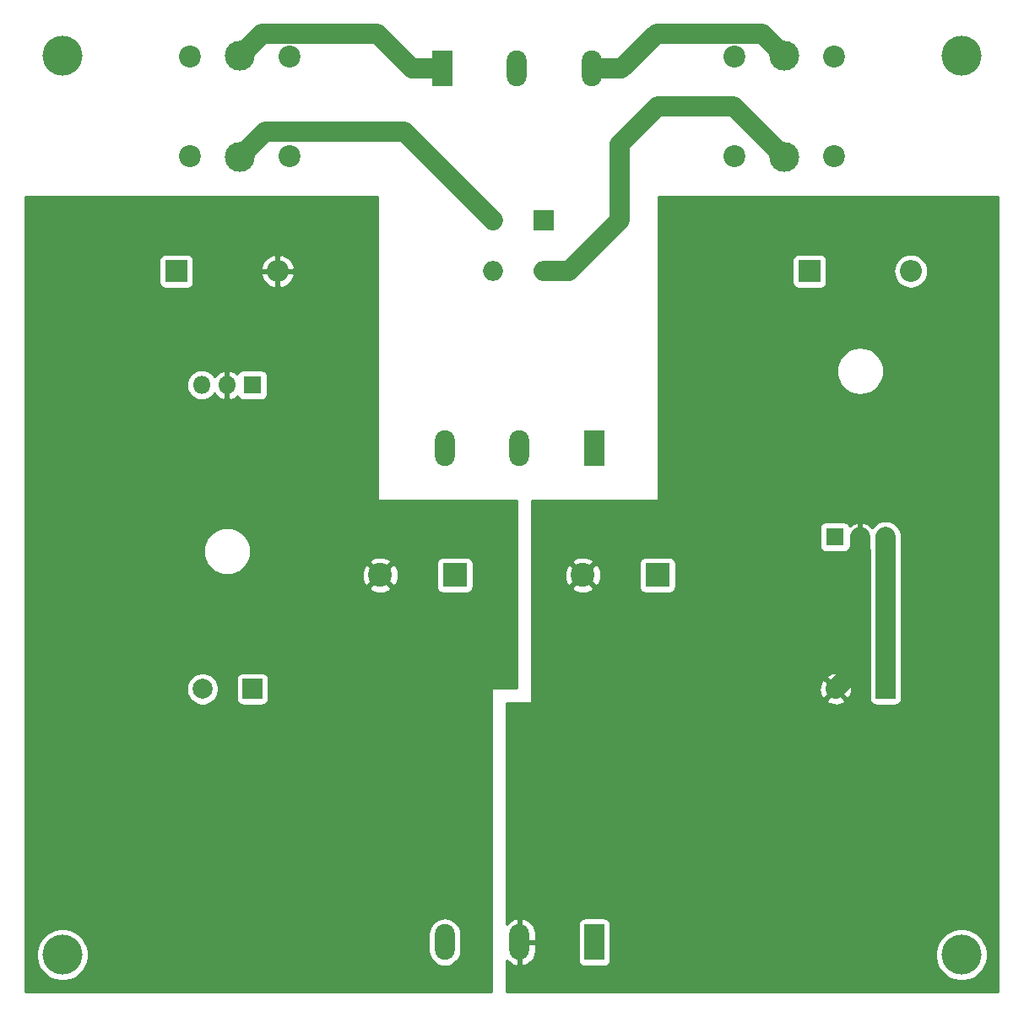
<source format=gtl>
G04 #@! TF.GenerationSoftware,KiCad,Pcbnew,5.1.4-5.1.4*
G04 #@! TF.CreationDate,2019-11-01T09:42:33+01:00*
G04 #@! TF.ProjectId,Linear-Netzteil,4c696e65-6172-42d4-9e65-747a7465696c,rev?*
G04 #@! TF.SameCoordinates,Original*
G04 #@! TF.FileFunction,Copper,L1,Top*
G04 #@! TF.FilePolarity,Positive*
%FSLAX46Y46*%
G04 Gerber Fmt 4.6, Leading zero omitted, Abs format (unit mm)*
G04 Created by KiCad (PCBNEW 5.1.4-5.1.4) date 2019-11-01 09:42:33*
%MOMM*%
%LPD*%
G04 APERTURE LIST*
%ADD10C,2.400000*%
%ADD11R,2.400000X2.400000*%
%ADD12C,2.000000*%
%ADD13R,2.000000X2.000000*%
%ADD14O,2.000000X2.000000*%
%ADD15O,2.200000X2.200000*%
%ADD16R,2.200000X2.200000*%
%ADD17C,2.200000*%
%ADD18C,3.000000*%
%ADD19O,2.000000X3.600000*%
%ADD20R,2.000000X3.600000*%
%ADD21O,1.800000X1.800000*%
%ADD22R,1.800000X1.800000*%
%ADD23C,4.000000*%
%ADD24C,2.000000*%
%ADD25C,0.254000*%
G04 APERTURE END LIST*
D10*
X120770000Y-121920000D03*
D11*
X128270000Y-121920000D03*
X107950000Y-121920000D03*
D10*
X100450000Y-121920000D03*
D12*
X146130000Y-133350000D03*
D13*
X151130000Y-133350000D03*
X87630000Y-133350000D03*
D12*
X82630000Y-133350000D03*
D13*
X116840000Y-86360000D03*
D14*
X111760000Y-91440000D03*
X111760000Y-86360000D03*
X116840000Y-91440000D03*
D15*
X153670000Y-91440000D03*
D16*
X143510000Y-91440000D03*
X80010000Y-91440000D03*
D15*
X90170000Y-91440000D03*
D17*
X145970000Y-69930000D03*
X145970000Y-79930000D03*
X135970000Y-79930000D03*
X135970000Y-69930000D03*
D18*
X140970000Y-80010000D03*
X140970000Y-69850000D03*
X86360000Y-80010000D03*
X86360000Y-69850000D03*
D17*
X91360000Y-79930000D03*
X91360000Y-69930000D03*
X81360000Y-69930000D03*
X81360000Y-79930000D03*
D19*
X121680000Y-71120000D03*
X114180000Y-71120000D03*
D20*
X106680000Y-71120000D03*
X121920000Y-158750000D03*
D19*
X114420000Y-158750000D03*
X106920000Y-158750000D03*
X106920000Y-109220000D03*
X114420000Y-109220000D03*
D20*
X121920000Y-109220000D03*
D21*
X151130000Y-118110000D03*
X148590000Y-118110000D03*
D22*
X146050000Y-118110000D03*
X87630000Y-102870000D03*
D21*
X85090000Y-102870000D03*
X82550000Y-102870000D03*
D23*
X68580000Y-69850000D03*
X158750000Y-69850000D03*
X158750000Y-160020000D03*
X68580000Y-160020000D03*
D24*
X148590000Y-130890000D02*
X146130000Y-133350000D01*
X148590000Y-118110000D02*
X148590000Y-130890000D01*
X151130000Y-133350000D02*
X151130000Y-118110000D01*
X86360000Y-80010000D02*
X88900000Y-77470000D01*
X102870000Y-77470000D02*
X111760000Y-86360000D01*
X88900000Y-77470000D02*
X102870000Y-77470000D01*
X119380000Y-91440000D02*
X116840000Y-91440000D01*
X135890000Y-74930000D02*
X128270000Y-74930000D01*
X140970000Y-80010000D02*
X135890000Y-74930000D01*
X128270000Y-74930000D02*
X124460000Y-78740000D01*
X124460000Y-86360000D02*
X119380000Y-91440000D01*
X124460000Y-78740000D02*
X124460000Y-86360000D01*
X128170001Y-67629999D02*
X124680000Y-71120000D01*
X138749999Y-67629999D02*
X128170001Y-67629999D01*
X124680000Y-71120000D02*
X121680000Y-71120000D01*
X140970000Y-69850000D02*
X138749999Y-67629999D01*
X87859999Y-68350001D02*
X86360000Y-69850000D01*
X88580001Y-67629999D02*
X87859999Y-68350001D01*
X103680000Y-71120000D02*
X100189999Y-67629999D01*
X100189999Y-67629999D02*
X88580001Y-67629999D01*
X106680000Y-71120000D02*
X103680000Y-71120000D01*
D25*
G36*
X162433000Y-163703000D02*
G01*
X113157000Y-163703000D01*
X113157000Y-160590941D01*
X113353683Y-160795922D01*
X113617239Y-160980010D01*
X113911645Y-161109144D01*
X114039566Y-161140124D01*
X114293000Y-161020777D01*
X114293000Y-158877000D01*
X114547000Y-158877000D01*
X114547000Y-161020777D01*
X114800434Y-161140124D01*
X114928355Y-161109144D01*
X115222761Y-160980010D01*
X115486317Y-160795922D01*
X115708895Y-160563954D01*
X115881942Y-160293020D01*
X115998807Y-159993532D01*
X116055000Y-159677000D01*
X116055000Y-158877000D01*
X114547000Y-158877000D01*
X114293000Y-158877000D01*
X114273000Y-158877000D01*
X114273000Y-158623000D01*
X114293000Y-158623000D01*
X114293000Y-156479223D01*
X114547000Y-156479223D01*
X114547000Y-158623000D01*
X116055000Y-158623000D01*
X116055000Y-157823000D01*
X115998807Y-157506468D01*
X115881942Y-157206980D01*
X115717808Y-156950000D01*
X120281928Y-156950000D01*
X120281928Y-160550000D01*
X120294188Y-160674482D01*
X120330498Y-160794180D01*
X120389463Y-160904494D01*
X120468815Y-161001185D01*
X120565506Y-161080537D01*
X120675820Y-161139502D01*
X120795518Y-161175812D01*
X120920000Y-161188072D01*
X122920000Y-161188072D01*
X123044482Y-161175812D01*
X123164180Y-161139502D01*
X123274494Y-161080537D01*
X123371185Y-161001185D01*
X123450537Y-160904494D01*
X123509502Y-160794180D01*
X123545812Y-160674482D01*
X123558072Y-160550000D01*
X123558072Y-159760475D01*
X156115000Y-159760475D01*
X156115000Y-160279525D01*
X156216261Y-160788601D01*
X156414893Y-161268141D01*
X156703262Y-161699715D01*
X157070285Y-162066738D01*
X157501859Y-162355107D01*
X157981399Y-162553739D01*
X158490475Y-162655000D01*
X159009525Y-162655000D01*
X159518601Y-162553739D01*
X159998141Y-162355107D01*
X160429715Y-162066738D01*
X160796738Y-161699715D01*
X161085107Y-161268141D01*
X161283739Y-160788601D01*
X161385000Y-160279525D01*
X161385000Y-159760475D01*
X161283739Y-159251399D01*
X161085107Y-158771859D01*
X160796738Y-158340285D01*
X160429715Y-157973262D01*
X159998141Y-157684893D01*
X159518601Y-157486261D01*
X159009525Y-157385000D01*
X158490475Y-157385000D01*
X157981399Y-157486261D01*
X157501859Y-157684893D01*
X157070285Y-157973262D01*
X156703262Y-158340285D01*
X156414893Y-158771859D01*
X156216261Y-159251399D01*
X156115000Y-159760475D01*
X123558072Y-159760475D01*
X123558072Y-156950000D01*
X123545812Y-156825518D01*
X123509502Y-156705820D01*
X123450537Y-156595506D01*
X123371185Y-156498815D01*
X123274494Y-156419463D01*
X123164180Y-156360498D01*
X123044482Y-156324188D01*
X122920000Y-156311928D01*
X120920000Y-156311928D01*
X120795518Y-156324188D01*
X120675820Y-156360498D01*
X120565506Y-156419463D01*
X120468815Y-156498815D01*
X120389463Y-156595506D01*
X120330498Y-156705820D01*
X120294188Y-156825518D01*
X120281928Y-156950000D01*
X115717808Y-156950000D01*
X115708895Y-156936046D01*
X115486317Y-156704078D01*
X115222761Y-156519990D01*
X114928355Y-156390856D01*
X114800434Y-156359876D01*
X114547000Y-156479223D01*
X114293000Y-156479223D01*
X114039566Y-156359876D01*
X113911645Y-156390856D01*
X113617239Y-156519990D01*
X113353683Y-156704078D01*
X113157000Y-156909059D01*
X113157000Y-134747000D01*
X115570000Y-134747000D01*
X115594776Y-134744560D01*
X115618601Y-134737333D01*
X115640557Y-134725597D01*
X115659803Y-134709803D01*
X115675597Y-134690557D01*
X115687333Y-134668601D01*
X115694560Y-134644776D01*
X115697000Y-134620000D01*
X115697000Y-134485413D01*
X145174192Y-134485413D01*
X145269956Y-134749814D01*
X145559571Y-134890704D01*
X145871108Y-134972384D01*
X146192595Y-134991718D01*
X146511675Y-134947961D01*
X146816088Y-134842795D01*
X146990044Y-134749814D01*
X147085808Y-134485413D01*
X146130000Y-133529605D01*
X145174192Y-134485413D01*
X115697000Y-134485413D01*
X115697000Y-133412595D01*
X144488282Y-133412595D01*
X144532039Y-133731675D01*
X144637205Y-134036088D01*
X144730186Y-134210044D01*
X144994587Y-134305808D01*
X145950395Y-133350000D01*
X146309605Y-133350000D01*
X147265413Y-134305808D01*
X147529814Y-134210044D01*
X147670704Y-133920429D01*
X147752384Y-133608892D01*
X147771718Y-133287405D01*
X147727961Y-132968325D01*
X147622795Y-132663912D01*
X147529814Y-132489956D01*
X147265413Y-132394192D01*
X146309605Y-133350000D01*
X145950395Y-133350000D01*
X144994587Y-132394192D01*
X144730186Y-132489956D01*
X144589296Y-132779571D01*
X144507616Y-133091108D01*
X144488282Y-133412595D01*
X115697000Y-133412595D01*
X115697000Y-132214587D01*
X145174192Y-132214587D01*
X146130000Y-133170395D01*
X147085808Y-132214587D01*
X146990044Y-131950186D01*
X146700429Y-131809296D01*
X146388892Y-131727616D01*
X146067405Y-131708282D01*
X145748325Y-131752039D01*
X145443912Y-131857205D01*
X145269956Y-131950186D01*
X145174192Y-132214587D01*
X115697000Y-132214587D01*
X115697000Y-123197980D01*
X119671626Y-123197980D01*
X119791514Y-123482836D01*
X120115210Y-123643699D01*
X120464069Y-123738322D01*
X120824684Y-123763067D01*
X121183198Y-123716985D01*
X121525833Y-123601846D01*
X121748486Y-123482836D01*
X121868374Y-123197980D01*
X120770000Y-122099605D01*
X119671626Y-123197980D01*
X115697000Y-123197980D01*
X115697000Y-121974684D01*
X118926933Y-121974684D01*
X118973015Y-122333198D01*
X119088154Y-122675833D01*
X119207164Y-122898486D01*
X119492020Y-123018374D01*
X120590395Y-121920000D01*
X120949605Y-121920000D01*
X122047980Y-123018374D01*
X122332836Y-122898486D01*
X122493699Y-122574790D01*
X122588322Y-122225931D01*
X122613067Y-121865316D01*
X122566985Y-121506802D01*
X122451846Y-121164167D01*
X122332836Y-120941514D01*
X122047980Y-120821626D01*
X120949605Y-121920000D01*
X120590395Y-121920000D01*
X119492020Y-120821626D01*
X119207164Y-120941514D01*
X119046301Y-121265210D01*
X118951678Y-121614069D01*
X118926933Y-121974684D01*
X115697000Y-121974684D01*
X115697000Y-120642020D01*
X119671626Y-120642020D01*
X120770000Y-121740395D01*
X121790394Y-120720000D01*
X126431928Y-120720000D01*
X126431928Y-123120000D01*
X126444188Y-123244482D01*
X126480498Y-123364180D01*
X126539463Y-123474494D01*
X126618815Y-123571185D01*
X126715506Y-123650537D01*
X126825820Y-123709502D01*
X126945518Y-123745812D01*
X127070000Y-123758072D01*
X129470000Y-123758072D01*
X129594482Y-123745812D01*
X129714180Y-123709502D01*
X129824494Y-123650537D01*
X129921185Y-123571185D01*
X130000537Y-123474494D01*
X130059502Y-123364180D01*
X130095812Y-123244482D01*
X130108072Y-123120000D01*
X130108072Y-120720000D01*
X130095812Y-120595518D01*
X130059502Y-120475820D01*
X130000537Y-120365506D01*
X129921185Y-120268815D01*
X129824494Y-120189463D01*
X129714180Y-120130498D01*
X129594482Y-120094188D01*
X129470000Y-120081928D01*
X127070000Y-120081928D01*
X126945518Y-120094188D01*
X126825820Y-120130498D01*
X126715506Y-120189463D01*
X126618815Y-120268815D01*
X126539463Y-120365506D01*
X126480498Y-120475820D01*
X126444188Y-120595518D01*
X126431928Y-120720000D01*
X121790394Y-120720000D01*
X121868374Y-120642020D01*
X121748486Y-120357164D01*
X121424790Y-120196301D01*
X121075931Y-120101678D01*
X120715316Y-120076933D01*
X120356802Y-120123015D01*
X120014167Y-120238154D01*
X119791514Y-120357164D01*
X119671626Y-120642020D01*
X115697000Y-120642020D01*
X115697000Y-117210000D01*
X144511928Y-117210000D01*
X144511928Y-119010000D01*
X144524188Y-119134482D01*
X144560498Y-119254180D01*
X144619463Y-119364494D01*
X144698815Y-119461185D01*
X144795506Y-119540537D01*
X144905820Y-119599502D01*
X145025518Y-119635812D01*
X145150000Y-119648072D01*
X146950000Y-119648072D01*
X147074482Y-119635812D01*
X147194180Y-119599502D01*
X147304494Y-119540537D01*
X147401185Y-119461185D01*
X147480537Y-119364494D01*
X147539502Y-119254180D01*
X147547689Y-119227192D01*
X147682427Y-119347962D01*
X147941380Y-119501234D01*
X148225259Y-119601041D01*
X148463000Y-119480992D01*
X148463000Y-118237000D01*
X148443000Y-118237000D01*
X148443000Y-117983000D01*
X148463000Y-117983000D01*
X148463000Y-116739008D01*
X148717000Y-116739008D01*
X148717000Y-117983000D01*
X148737000Y-117983000D01*
X148737000Y-118237000D01*
X148717000Y-118237000D01*
X148717000Y-119480992D01*
X148954741Y-119601041D01*
X149238620Y-119501234D01*
X149495001Y-119349484D01*
X149495000Y-132318808D01*
X149491928Y-132350000D01*
X149491928Y-134350000D01*
X149504188Y-134474482D01*
X149540498Y-134594180D01*
X149599463Y-134704494D01*
X149678815Y-134801185D01*
X149775506Y-134880537D01*
X149885820Y-134939502D01*
X150005518Y-134975812D01*
X150130000Y-134988072D01*
X151080869Y-134988072D01*
X151130000Y-134992911D01*
X151179131Y-134988072D01*
X152130000Y-134988072D01*
X152254482Y-134975812D01*
X152374180Y-134939502D01*
X152484494Y-134880537D01*
X152581185Y-134801185D01*
X152660537Y-134704494D01*
X152719502Y-134594180D01*
X152755812Y-134474482D01*
X152768072Y-134350000D01*
X152768072Y-132350000D01*
X152765000Y-132318808D01*
X152765000Y-118029678D01*
X152741343Y-117789484D01*
X152647852Y-117481285D01*
X152496031Y-117197248D01*
X152291714Y-116948286D01*
X152042752Y-116743969D01*
X151758715Y-116592148D01*
X151450516Y-116498657D01*
X151130000Y-116467089D01*
X150809485Y-116498657D01*
X150501286Y-116592148D01*
X150217249Y-116743969D01*
X149968287Y-116948286D01*
X149790604Y-117164794D01*
X149721649Y-117072884D01*
X149497573Y-116872038D01*
X149238620Y-116718766D01*
X148954741Y-116618959D01*
X148717000Y-116739008D01*
X148463000Y-116739008D01*
X148225259Y-116618959D01*
X147941380Y-116718766D01*
X147682427Y-116872038D01*
X147547689Y-116992808D01*
X147539502Y-116965820D01*
X147480537Y-116855506D01*
X147401185Y-116758815D01*
X147304494Y-116679463D01*
X147194180Y-116620498D01*
X147074482Y-116584188D01*
X146950000Y-116571928D01*
X145150000Y-116571928D01*
X145025518Y-116584188D01*
X144905820Y-116620498D01*
X144795506Y-116679463D01*
X144698815Y-116758815D01*
X144619463Y-116855506D01*
X144560498Y-116965820D01*
X144524188Y-117085518D01*
X144511928Y-117210000D01*
X115697000Y-117210000D01*
X115697000Y-114427000D01*
X128270000Y-114427000D01*
X128294776Y-114424560D01*
X128318601Y-114417333D01*
X128340557Y-114405597D01*
X128359803Y-114389803D01*
X128375597Y-114370557D01*
X128387333Y-114348601D01*
X128394560Y-114324776D01*
X128397000Y-114300000D01*
X128397000Y-101450000D01*
X146193461Y-101450000D01*
X146239510Y-101917542D01*
X146375887Y-102367116D01*
X146597351Y-102781446D01*
X146895391Y-103144609D01*
X147258554Y-103442649D01*
X147672884Y-103664113D01*
X148122458Y-103800490D01*
X148472843Y-103835000D01*
X148707157Y-103835000D01*
X149057542Y-103800490D01*
X149507116Y-103664113D01*
X149921446Y-103442649D01*
X150284609Y-103144609D01*
X150582649Y-102781446D01*
X150804113Y-102367116D01*
X150940490Y-101917542D01*
X150986539Y-101450000D01*
X150940490Y-100982458D01*
X150804113Y-100532884D01*
X150582649Y-100118554D01*
X150284609Y-99755391D01*
X149921446Y-99457351D01*
X149507116Y-99235887D01*
X149057542Y-99099510D01*
X148707157Y-99065000D01*
X148472843Y-99065000D01*
X148122458Y-99099510D01*
X147672884Y-99235887D01*
X147258554Y-99457351D01*
X146895391Y-99755391D01*
X146597351Y-100118554D01*
X146375887Y-100532884D01*
X146239510Y-100982458D01*
X146193461Y-101450000D01*
X128397000Y-101450000D01*
X128397000Y-90340000D01*
X141771928Y-90340000D01*
X141771928Y-92540000D01*
X141784188Y-92664482D01*
X141820498Y-92784180D01*
X141879463Y-92894494D01*
X141958815Y-92991185D01*
X142055506Y-93070537D01*
X142165820Y-93129502D01*
X142285518Y-93165812D01*
X142410000Y-93178072D01*
X144610000Y-93178072D01*
X144734482Y-93165812D01*
X144854180Y-93129502D01*
X144964494Y-93070537D01*
X145061185Y-92991185D01*
X145140537Y-92894494D01*
X145199502Y-92784180D01*
X145235812Y-92664482D01*
X145248072Y-92540000D01*
X145248072Y-91440000D01*
X151926606Y-91440000D01*
X151960105Y-91780119D01*
X152059314Y-92107168D01*
X152220421Y-92408578D01*
X152437234Y-92672766D01*
X152701422Y-92889579D01*
X153002832Y-93050686D01*
X153329881Y-93149895D01*
X153584775Y-93175000D01*
X153755225Y-93175000D01*
X154010119Y-93149895D01*
X154337168Y-93050686D01*
X154638578Y-92889579D01*
X154902766Y-92672766D01*
X155119579Y-92408578D01*
X155280686Y-92107168D01*
X155379895Y-91780119D01*
X155413394Y-91440000D01*
X155379895Y-91099881D01*
X155280686Y-90772832D01*
X155119579Y-90471422D01*
X154902766Y-90207234D01*
X154638578Y-89990421D01*
X154337168Y-89829314D01*
X154010119Y-89730105D01*
X153755225Y-89705000D01*
X153584775Y-89705000D01*
X153329881Y-89730105D01*
X153002832Y-89829314D01*
X152701422Y-89990421D01*
X152437234Y-90207234D01*
X152220421Y-90471422D01*
X152059314Y-90772832D01*
X151960105Y-91099881D01*
X151926606Y-91440000D01*
X145248072Y-91440000D01*
X145248072Y-90340000D01*
X145235812Y-90215518D01*
X145199502Y-90095820D01*
X145140537Y-89985506D01*
X145061185Y-89888815D01*
X144964494Y-89809463D01*
X144854180Y-89750498D01*
X144734482Y-89714188D01*
X144610000Y-89701928D01*
X142410000Y-89701928D01*
X142285518Y-89714188D01*
X142165820Y-89750498D01*
X142055506Y-89809463D01*
X141958815Y-89888815D01*
X141879463Y-89985506D01*
X141820498Y-90095820D01*
X141784188Y-90215518D01*
X141771928Y-90340000D01*
X128397000Y-90340000D01*
X128397000Y-83947000D01*
X162433000Y-83947000D01*
X162433000Y-163703000D01*
X162433000Y-163703000D01*
G37*
X162433000Y-163703000D02*
X113157000Y-163703000D01*
X113157000Y-160590941D01*
X113353683Y-160795922D01*
X113617239Y-160980010D01*
X113911645Y-161109144D01*
X114039566Y-161140124D01*
X114293000Y-161020777D01*
X114293000Y-158877000D01*
X114547000Y-158877000D01*
X114547000Y-161020777D01*
X114800434Y-161140124D01*
X114928355Y-161109144D01*
X115222761Y-160980010D01*
X115486317Y-160795922D01*
X115708895Y-160563954D01*
X115881942Y-160293020D01*
X115998807Y-159993532D01*
X116055000Y-159677000D01*
X116055000Y-158877000D01*
X114547000Y-158877000D01*
X114293000Y-158877000D01*
X114273000Y-158877000D01*
X114273000Y-158623000D01*
X114293000Y-158623000D01*
X114293000Y-156479223D01*
X114547000Y-156479223D01*
X114547000Y-158623000D01*
X116055000Y-158623000D01*
X116055000Y-157823000D01*
X115998807Y-157506468D01*
X115881942Y-157206980D01*
X115717808Y-156950000D01*
X120281928Y-156950000D01*
X120281928Y-160550000D01*
X120294188Y-160674482D01*
X120330498Y-160794180D01*
X120389463Y-160904494D01*
X120468815Y-161001185D01*
X120565506Y-161080537D01*
X120675820Y-161139502D01*
X120795518Y-161175812D01*
X120920000Y-161188072D01*
X122920000Y-161188072D01*
X123044482Y-161175812D01*
X123164180Y-161139502D01*
X123274494Y-161080537D01*
X123371185Y-161001185D01*
X123450537Y-160904494D01*
X123509502Y-160794180D01*
X123545812Y-160674482D01*
X123558072Y-160550000D01*
X123558072Y-159760475D01*
X156115000Y-159760475D01*
X156115000Y-160279525D01*
X156216261Y-160788601D01*
X156414893Y-161268141D01*
X156703262Y-161699715D01*
X157070285Y-162066738D01*
X157501859Y-162355107D01*
X157981399Y-162553739D01*
X158490475Y-162655000D01*
X159009525Y-162655000D01*
X159518601Y-162553739D01*
X159998141Y-162355107D01*
X160429715Y-162066738D01*
X160796738Y-161699715D01*
X161085107Y-161268141D01*
X161283739Y-160788601D01*
X161385000Y-160279525D01*
X161385000Y-159760475D01*
X161283739Y-159251399D01*
X161085107Y-158771859D01*
X160796738Y-158340285D01*
X160429715Y-157973262D01*
X159998141Y-157684893D01*
X159518601Y-157486261D01*
X159009525Y-157385000D01*
X158490475Y-157385000D01*
X157981399Y-157486261D01*
X157501859Y-157684893D01*
X157070285Y-157973262D01*
X156703262Y-158340285D01*
X156414893Y-158771859D01*
X156216261Y-159251399D01*
X156115000Y-159760475D01*
X123558072Y-159760475D01*
X123558072Y-156950000D01*
X123545812Y-156825518D01*
X123509502Y-156705820D01*
X123450537Y-156595506D01*
X123371185Y-156498815D01*
X123274494Y-156419463D01*
X123164180Y-156360498D01*
X123044482Y-156324188D01*
X122920000Y-156311928D01*
X120920000Y-156311928D01*
X120795518Y-156324188D01*
X120675820Y-156360498D01*
X120565506Y-156419463D01*
X120468815Y-156498815D01*
X120389463Y-156595506D01*
X120330498Y-156705820D01*
X120294188Y-156825518D01*
X120281928Y-156950000D01*
X115717808Y-156950000D01*
X115708895Y-156936046D01*
X115486317Y-156704078D01*
X115222761Y-156519990D01*
X114928355Y-156390856D01*
X114800434Y-156359876D01*
X114547000Y-156479223D01*
X114293000Y-156479223D01*
X114039566Y-156359876D01*
X113911645Y-156390856D01*
X113617239Y-156519990D01*
X113353683Y-156704078D01*
X113157000Y-156909059D01*
X113157000Y-134747000D01*
X115570000Y-134747000D01*
X115594776Y-134744560D01*
X115618601Y-134737333D01*
X115640557Y-134725597D01*
X115659803Y-134709803D01*
X115675597Y-134690557D01*
X115687333Y-134668601D01*
X115694560Y-134644776D01*
X115697000Y-134620000D01*
X115697000Y-134485413D01*
X145174192Y-134485413D01*
X145269956Y-134749814D01*
X145559571Y-134890704D01*
X145871108Y-134972384D01*
X146192595Y-134991718D01*
X146511675Y-134947961D01*
X146816088Y-134842795D01*
X146990044Y-134749814D01*
X147085808Y-134485413D01*
X146130000Y-133529605D01*
X145174192Y-134485413D01*
X115697000Y-134485413D01*
X115697000Y-133412595D01*
X144488282Y-133412595D01*
X144532039Y-133731675D01*
X144637205Y-134036088D01*
X144730186Y-134210044D01*
X144994587Y-134305808D01*
X145950395Y-133350000D01*
X146309605Y-133350000D01*
X147265413Y-134305808D01*
X147529814Y-134210044D01*
X147670704Y-133920429D01*
X147752384Y-133608892D01*
X147771718Y-133287405D01*
X147727961Y-132968325D01*
X147622795Y-132663912D01*
X147529814Y-132489956D01*
X147265413Y-132394192D01*
X146309605Y-133350000D01*
X145950395Y-133350000D01*
X144994587Y-132394192D01*
X144730186Y-132489956D01*
X144589296Y-132779571D01*
X144507616Y-133091108D01*
X144488282Y-133412595D01*
X115697000Y-133412595D01*
X115697000Y-132214587D01*
X145174192Y-132214587D01*
X146130000Y-133170395D01*
X147085808Y-132214587D01*
X146990044Y-131950186D01*
X146700429Y-131809296D01*
X146388892Y-131727616D01*
X146067405Y-131708282D01*
X145748325Y-131752039D01*
X145443912Y-131857205D01*
X145269956Y-131950186D01*
X145174192Y-132214587D01*
X115697000Y-132214587D01*
X115697000Y-123197980D01*
X119671626Y-123197980D01*
X119791514Y-123482836D01*
X120115210Y-123643699D01*
X120464069Y-123738322D01*
X120824684Y-123763067D01*
X121183198Y-123716985D01*
X121525833Y-123601846D01*
X121748486Y-123482836D01*
X121868374Y-123197980D01*
X120770000Y-122099605D01*
X119671626Y-123197980D01*
X115697000Y-123197980D01*
X115697000Y-121974684D01*
X118926933Y-121974684D01*
X118973015Y-122333198D01*
X119088154Y-122675833D01*
X119207164Y-122898486D01*
X119492020Y-123018374D01*
X120590395Y-121920000D01*
X120949605Y-121920000D01*
X122047980Y-123018374D01*
X122332836Y-122898486D01*
X122493699Y-122574790D01*
X122588322Y-122225931D01*
X122613067Y-121865316D01*
X122566985Y-121506802D01*
X122451846Y-121164167D01*
X122332836Y-120941514D01*
X122047980Y-120821626D01*
X120949605Y-121920000D01*
X120590395Y-121920000D01*
X119492020Y-120821626D01*
X119207164Y-120941514D01*
X119046301Y-121265210D01*
X118951678Y-121614069D01*
X118926933Y-121974684D01*
X115697000Y-121974684D01*
X115697000Y-120642020D01*
X119671626Y-120642020D01*
X120770000Y-121740395D01*
X121790394Y-120720000D01*
X126431928Y-120720000D01*
X126431928Y-123120000D01*
X126444188Y-123244482D01*
X126480498Y-123364180D01*
X126539463Y-123474494D01*
X126618815Y-123571185D01*
X126715506Y-123650537D01*
X126825820Y-123709502D01*
X126945518Y-123745812D01*
X127070000Y-123758072D01*
X129470000Y-123758072D01*
X129594482Y-123745812D01*
X129714180Y-123709502D01*
X129824494Y-123650537D01*
X129921185Y-123571185D01*
X130000537Y-123474494D01*
X130059502Y-123364180D01*
X130095812Y-123244482D01*
X130108072Y-123120000D01*
X130108072Y-120720000D01*
X130095812Y-120595518D01*
X130059502Y-120475820D01*
X130000537Y-120365506D01*
X129921185Y-120268815D01*
X129824494Y-120189463D01*
X129714180Y-120130498D01*
X129594482Y-120094188D01*
X129470000Y-120081928D01*
X127070000Y-120081928D01*
X126945518Y-120094188D01*
X126825820Y-120130498D01*
X126715506Y-120189463D01*
X126618815Y-120268815D01*
X126539463Y-120365506D01*
X126480498Y-120475820D01*
X126444188Y-120595518D01*
X126431928Y-120720000D01*
X121790394Y-120720000D01*
X121868374Y-120642020D01*
X121748486Y-120357164D01*
X121424790Y-120196301D01*
X121075931Y-120101678D01*
X120715316Y-120076933D01*
X120356802Y-120123015D01*
X120014167Y-120238154D01*
X119791514Y-120357164D01*
X119671626Y-120642020D01*
X115697000Y-120642020D01*
X115697000Y-117210000D01*
X144511928Y-117210000D01*
X144511928Y-119010000D01*
X144524188Y-119134482D01*
X144560498Y-119254180D01*
X144619463Y-119364494D01*
X144698815Y-119461185D01*
X144795506Y-119540537D01*
X144905820Y-119599502D01*
X145025518Y-119635812D01*
X145150000Y-119648072D01*
X146950000Y-119648072D01*
X147074482Y-119635812D01*
X147194180Y-119599502D01*
X147304494Y-119540537D01*
X147401185Y-119461185D01*
X147480537Y-119364494D01*
X147539502Y-119254180D01*
X147547689Y-119227192D01*
X147682427Y-119347962D01*
X147941380Y-119501234D01*
X148225259Y-119601041D01*
X148463000Y-119480992D01*
X148463000Y-118237000D01*
X148443000Y-118237000D01*
X148443000Y-117983000D01*
X148463000Y-117983000D01*
X148463000Y-116739008D01*
X148717000Y-116739008D01*
X148717000Y-117983000D01*
X148737000Y-117983000D01*
X148737000Y-118237000D01*
X148717000Y-118237000D01*
X148717000Y-119480992D01*
X148954741Y-119601041D01*
X149238620Y-119501234D01*
X149495001Y-119349484D01*
X149495000Y-132318808D01*
X149491928Y-132350000D01*
X149491928Y-134350000D01*
X149504188Y-134474482D01*
X149540498Y-134594180D01*
X149599463Y-134704494D01*
X149678815Y-134801185D01*
X149775506Y-134880537D01*
X149885820Y-134939502D01*
X150005518Y-134975812D01*
X150130000Y-134988072D01*
X151080869Y-134988072D01*
X151130000Y-134992911D01*
X151179131Y-134988072D01*
X152130000Y-134988072D01*
X152254482Y-134975812D01*
X152374180Y-134939502D01*
X152484494Y-134880537D01*
X152581185Y-134801185D01*
X152660537Y-134704494D01*
X152719502Y-134594180D01*
X152755812Y-134474482D01*
X152768072Y-134350000D01*
X152768072Y-132350000D01*
X152765000Y-132318808D01*
X152765000Y-118029678D01*
X152741343Y-117789484D01*
X152647852Y-117481285D01*
X152496031Y-117197248D01*
X152291714Y-116948286D01*
X152042752Y-116743969D01*
X151758715Y-116592148D01*
X151450516Y-116498657D01*
X151130000Y-116467089D01*
X150809485Y-116498657D01*
X150501286Y-116592148D01*
X150217249Y-116743969D01*
X149968287Y-116948286D01*
X149790604Y-117164794D01*
X149721649Y-117072884D01*
X149497573Y-116872038D01*
X149238620Y-116718766D01*
X148954741Y-116618959D01*
X148717000Y-116739008D01*
X148463000Y-116739008D01*
X148225259Y-116618959D01*
X147941380Y-116718766D01*
X147682427Y-116872038D01*
X147547689Y-116992808D01*
X147539502Y-116965820D01*
X147480537Y-116855506D01*
X147401185Y-116758815D01*
X147304494Y-116679463D01*
X147194180Y-116620498D01*
X147074482Y-116584188D01*
X146950000Y-116571928D01*
X145150000Y-116571928D01*
X145025518Y-116584188D01*
X144905820Y-116620498D01*
X144795506Y-116679463D01*
X144698815Y-116758815D01*
X144619463Y-116855506D01*
X144560498Y-116965820D01*
X144524188Y-117085518D01*
X144511928Y-117210000D01*
X115697000Y-117210000D01*
X115697000Y-114427000D01*
X128270000Y-114427000D01*
X128294776Y-114424560D01*
X128318601Y-114417333D01*
X128340557Y-114405597D01*
X128359803Y-114389803D01*
X128375597Y-114370557D01*
X128387333Y-114348601D01*
X128394560Y-114324776D01*
X128397000Y-114300000D01*
X128397000Y-101450000D01*
X146193461Y-101450000D01*
X146239510Y-101917542D01*
X146375887Y-102367116D01*
X146597351Y-102781446D01*
X146895391Y-103144609D01*
X147258554Y-103442649D01*
X147672884Y-103664113D01*
X148122458Y-103800490D01*
X148472843Y-103835000D01*
X148707157Y-103835000D01*
X149057542Y-103800490D01*
X149507116Y-103664113D01*
X149921446Y-103442649D01*
X150284609Y-103144609D01*
X150582649Y-102781446D01*
X150804113Y-102367116D01*
X150940490Y-101917542D01*
X150986539Y-101450000D01*
X150940490Y-100982458D01*
X150804113Y-100532884D01*
X150582649Y-100118554D01*
X150284609Y-99755391D01*
X149921446Y-99457351D01*
X149507116Y-99235887D01*
X149057542Y-99099510D01*
X148707157Y-99065000D01*
X148472843Y-99065000D01*
X148122458Y-99099510D01*
X147672884Y-99235887D01*
X147258554Y-99457351D01*
X146895391Y-99755391D01*
X146597351Y-100118554D01*
X146375887Y-100532884D01*
X146239510Y-100982458D01*
X146193461Y-101450000D01*
X128397000Y-101450000D01*
X128397000Y-90340000D01*
X141771928Y-90340000D01*
X141771928Y-92540000D01*
X141784188Y-92664482D01*
X141820498Y-92784180D01*
X141879463Y-92894494D01*
X141958815Y-92991185D01*
X142055506Y-93070537D01*
X142165820Y-93129502D01*
X142285518Y-93165812D01*
X142410000Y-93178072D01*
X144610000Y-93178072D01*
X144734482Y-93165812D01*
X144854180Y-93129502D01*
X144964494Y-93070537D01*
X145061185Y-92991185D01*
X145140537Y-92894494D01*
X145199502Y-92784180D01*
X145235812Y-92664482D01*
X145248072Y-92540000D01*
X145248072Y-91440000D01*
X151926606Y-91440000D01*
X151960105Y-91780119D01*
X152059314Y-92107168D01*
X152220421Y-92408578D01*
X152437234Y-92672766D01*
X152701422Y-92889579D01*
X153002832Y-93050686D01*
X153329881Y-93149895D01*
X153584775Y-93175000D01*
X153755225Y-93175000D01*
X154010119Y-93149895D01*
X154337168Y-93050686D01*
X154638578Y-92889579D01*
X154902766Y-92672766D01*
X155119579Y-92408578D01*
X155280686Y-92107168D01*
X155379895Y-91780119D01*
X155413394Y-91440000D01*
X155379895Y-91099881D01*
X155280686Y-90772832D01*
X155119579Y-90471422D01*
X154902766Y-90207234D01*
X154638578Y-89990421D01*
X154337168Y-89829314D01*
X154010119Y-89730105D01*
X153755225Y-89705000D01*
X153584775Y-89705000D01*
X153329881Y-89730105D01*
X153002832Y-89829314D01*
X152701422Y-89990421D01*
X152437234Y-90207234D01*
X152220421Y-90471422D01*
X152059314Y-90772832D01*
X151960105Y-91099881D01*
X151926606Y-91440000D01*
X145248072Y-91440000D01*
X145248072Y-90340000D01*
X145235812Y-90215518D01*
X145199502Y-90095820D01*
X145140537Y-89985506D01*
X145061185Y-89888815D01*
X144964494Y-89809463D01*
X144854180Y-89750498D01*
X144734482Y-89714188D01*
X144610000Y-89701928D01*
X142410000Y-89701928D01*
X142285518Y-89714188D01*
X142165820Y-89750498D01*
X142055506Y-89809463D01*
X141958815Y-89888815D01*
X141879463Y-89985506D01*
X141820498Y-90095820D01*
X141784188Y-90215518D01*
X141771928Y-90340000D01*
X128397000Y-90340000D01*
X128397000Y-83947000D01*
X162433000Y-83947000D01*
X162433000Y-163703000D01*
G36*
X100203000Y-114300000D02*
G01*
X100205440Y-114324776D01*
X100212667Y-114348601D01*
X100224403Y-114370557D01*
X100240197Y-114389803D01*
X100259443Y-114405597D01*
X100281399Y-114417333D01*
X100305224Y-114424560D01*
X100330000Y-114427000D01*
X114173000Y-114427000D01*
X114173000Y-133223000D01*
X111760000Y-133223000D01*
X111735224Y-133225440D01*
X111711399Y-133232667D01*
X111689443Y-133244403D01*
X111670197Y-133260197D01*
X111654403Y-133279443D01*
X111642667Y-133301399D01*
X111635440Y-133325224D01*
X111633000Y-133350000D01*
X111633000Y-163703000D01*
X64897000Y-163703000D01*
X64897000Y-159760475D01*
X65945000Y-159760475D01*
X65945000Y-160279525D01*
X66046261Y-160788601D01*
X66244893Y-161268141D01*
X66533262Y-161699715D01*
X66900285Y-162066738D01*
X67331859Y-162355107D01*
X67811399Y-162553739D01*
X68320475Y-162655000D01*
X68839525Y-162655000D01*
X69348601Y-162553739D01*
X69828141Y-162355107D01*
X70259715Y-162066738D01*
X70626738Y-161699715D01*
X70915107Y-161268141D01*
X71113739Y-160788601D01*
X71215000Y-160279525D01*
X71215000Y-159760475D01*
X71113739Y-159251399D01*
X70915107Y-158771859D01*
X70626738Y-158340285D01*
X70259715Y-157973262D01*
X70104691Y-157869678D01*
X105285000Y-157869678D01*
X105285000Y-159630321D01*
X105308657Y-159870515D01*
X105402148Y-160178714D01*
X105553969Y-160462751D01*
X105758286Y-160711714D01*
X106007248Y-160916031D01*
X106291285Y-161067852D01*
X106599484Y-161161343D01*
X106920000Y-161192911D01*
X107240515Y-161161343D01*
X107548714Y-161067852D01*
X107832751Y-160916031D01*
X108081714Y-160711714D01*
X108286031Y-160462752D01*
X108437852Y-160178715D01*
X108531343Y-159870516D01*
X108555000Y-159630322D01*
X108555000Y-157869678D01*
X108531343Y-157629484D01*
X108437852Y-157321285D01*
X108286031Y-157037248D01*
X108081714Y-156788286D01*
X107832752Y-156583969D01*
X107548715Y-156432148D01*
X107240516Y-156338657D01*
X106920000Y-156307089D01*
X106599485Y-156338657D01*
X106291286Y-156432148D01*
X106007249Y-156583969D01*
X105758287Y-156788286D01*
X105553970Y-157037248D01*
X105402149Y-157321285D01*
X105308658Y-157629484D01*
X105285000Y-157869678D01*
X70104691Y-157869678D01*
X69828141Y-157684893D01*
X69348601Y-157486261D01*
X68839525Y-157385000D01*
X68320475Y-157385000D01*
X67811399Y-157486261D01*
X67331859Y-157684893D01*
X66900285Y-157973262D01*
X66533262Y-158340285D01*
X66244893Y-158771859D01*
X66046261Y-159251399D01*
X65945000Y-159760475D01*
X64897000Y-159760475D01*
X64897000Y-133188967D01*
X80995000Y-133188967D01*
X80995000Y-133511033D01*
X81057832Y-133826912D01*
X81181082Y-134124463D01*
X81360013Y-134392252D01*
X81587748Y-134619987D01*
X81855537Y-134798918D01*
X82153088Y-134922168D01*
X82468967Y-134985000D01*
X82791033Y-134985000D01*
X83106912Y-134922168D01*
X83404463Y-134798918D01*
X83672252Y-134619987D01*
X83899987Y-134392252D01*
X84078918Y-134124463D01*
X84202168Y-133826912D01*
X84265000Y-133511033D01*
X84265000Y-133188967D01*
X84202168Y-132873088D01*
X84078918Y-132575537D01*
X83928219Y-132350000D01*
X85991928Y-132350000D01*
X85991928Y-134350000D01*
X86004188Y-134474482D01*
X86040498Y-134594180D01*
X86099463Y-134704494D01*
X86178815Y-134801185D01*
X86275506Y-134880537D01*
X86385820Y-134939502D01*
X86505518Y-134975812D01*
X86630000Y-134988072D01*
X88630000Y-134988072D01*
X88754482Y-134975812D01*
X88874180Y-134939502D01*
X88984494Y-134880537D01*
X89081185Y-134801185D01*
X89160537Y-134704494D01*
X89219502Y-134594180D01*
X89255812Y-134474482D01*
X89268072Y-134350000D01*
X89268072Y-132350000D01*
X89255812Y-132225518D01*
X89219502Y-132105820D01*
X89160537Y-131995506D01*
X89081185Y-131898815D01*
X88984494Y-131819463D01*
X88874180Y-131760498D01*
X88754482Y-131724188D01*
X88630000Y-131711928D01*
X86630000Y-131711928D01*
X86505518Y-131724188D01*
X86385820Y-131760498D01*
X86275506Y-131819463D01*
X86178815Y-131898815D01*
X86099463Y-131995506D01*
X86040498Y-132105820D01*
X86004188Y-132225518D01*
X85991928Y-132350000D01*
X83928219Y-132350000D01*
X83899987Y-132307748D01*
X83672252Y-132080013D01*
X83404463Y-131901082D01*
X83106912Y-131777832D01*
X82791033Y-131715000D01*
X82468967Y-131715000D01*
X82153088Y-131777832D01*
X81855537Y-131901082D01*
X81587748Y-132080013D01*
X81360013Y-132307748D01*
X81181082Y-132575537D01*
X81057832Y-132873088D01*
X80995000Y-133188967D01*
X64897000Y-133188967D01*
X64897000Y-123197980D01*
X99351626Y-123197980D01*
X99471514Y-123482836D01*
X99795210Y-123643699D01*
X100144069Y-123738322D01*
X100504684Y-123763067D01*
X100863198Y-123716985D01*
X101205833Y-123601846D01*
X101428486Y-123482836D01*
X101548374Y-123197980D01*
X100450000Y-122099605D01*
X99351626Y-123197980D01*
X64897000Y-123197980D01*
X64897000Y-121974684D01*
X98606933Y-121974684D01*
X98653015Y-122333198D01*
X98768154Y-122675833D01*
X98887164Y-122898486D01*
X99172020Y-123018374D01*
X100270395Y-121920000D01*
X100629605Y-121920000D01*
X101727980Y-123018374D01*
X102012836Y-122898486D01*
X102173699Y-122574790D01*
X102268322Y-122225931D01*
X102293067Y-121865316D01*
X102246985Y-121506802D01*
X102131846Y-121164167D01*
X102012836Y-120941514D01*
X101727980Y-120821626D01*
X100629605Y-121920000D01*
X100270395Y-121920000D01*
X99172020Y-120821626D01*
X98887164Y-120941514D01*
X98726301Y-121265210D01*
X98631678Y-121614069D01*
X98606933Y-121974684D01*
X64897000Y-121974684D01*
X64897000Y-119530000D01*
X82693461Y-119530000D01*
X82739510Y-119997542D01*
X82875887Y-120447116D01*
X83097351Y-120861446D01*
X83395391Y-121224609D01*
X83758554Y-121522649D01*
X84172884Y-121744113D01*
X84622458Y-121880490D01*
X84972843Y-121915000D01*
X85207157Y-121915000D01*
X85557542Y-121880490D01*
X86007116Y-121744113D01*
X86421446Y-121522649D01*
X86784609Y-121224609D01*
X87082649Y-120861446D01*
X87199934Y-120642020D01*
X99351626Y-120642020D01*
X100450000Y-121740395D01*
X101470394Y-120720000D01*
X106111928Y-120720000D01*
X106111928Y-123120000D01*
X106124188Y-123244482D01*
X106160498Y-123364180D01*
X106219463Y-123474494D01*
X106298815Y-123571185D01*
X106395506Y-123650537D01*
X106505820Y-123709502D01*
X106625518Y-123745812D01*
X106750000Y-123758072D01*
X109150000Y-123758072D01*
X109274482Y-123745812D01*
X109394180Y-123709502D01*
X109504494Y-123650537D01*
X109601185Y-123571185D01*
X109680537Y-123474494D01*
X109739502Y-123364180D01*
X109775812Y-123244482D01*
X109788072Y-123120000D01*
X109788072Y-120720000D01*
X109775812Y-120595518D01*
X109739502Y-120475820D01*
X109680537Y-120365506D01*
X109601185Y-120268815D01*
X109504494Y-120189463D01*
X109394180Y-120130498D01*
X109274482Y-120094188D01*
X109150000Y-120081928D01*
X106750000Y-120081928D01*
X106625518Y-120094188D01*
X106505820Y-120130498D01*
X106395506Y-120189463D01*
X106298815Y-120268815D01*
X106219463Y-120365506D01*
X106160498Y-120475820D01*
X106124188Y-120595518D01*
X106111928Y-120720000D01*
X101470394Y-120720000D01*
X101548374Y-120642020D01*
X101428486Y-120357164D01*
X101104790Y-120196301D01*
X100755931Y-120101678D01*
X100395316Y-120076933D01*
X100036802Y-120123015D01*
X99694167Y-120238154D01*
X99471514Y-120357164D01*
X99351626Y-120642020D01*
X87199934Y-120642020D01*
X87304113Y-120447116D01*
X87440490Y-119997542D01*
X87486539Y-119530000D01*
X87440490Y-119062458D01*
X87304113Y-118612884D01*
X87082649Y-118198554D01*
X86784609Y-117835391D01*
X86421446Y-117537351D01*
X86007116Y-117315887D01*
X85557542Y-117179510D01*
X85207157Y-117145000D01*
X84972843Y-117145000D01*
X84622458Y-117179510D01*
X84172884Y-117315887D01*
X83758554Y-117537351D01*
X83395391Y-117835391D01*
X83097351Y-118198554D01*
X82875887Y-118612884D01*
X82739510Y-119062458D01*
X82693461Y-119530000D01*
X64897000Y-119530000D01*
X64897000Y-102870000D01*
X81007573Y-102870000D01*
X81037210Y-103170913D01*
X81124983Y-103460261D01*
X81267519Y-103726927D01*
X81459339Y-103960661D01*
X81693073Y-104152481D01*
X81959739Y-104295017D01*
X82249087Y-104382790D01*
X82474592Y-104405000D01*
X82625408Y-104405000D01*
X82850913Y-104382790D01*
X83140261Y-104295017D01*
X83406927Y-104152481D01*
X83640661Y-103960661D01*
X83827614Y-103732858D01*
X83958351Y-103907116D01*
X84182427Y-104107962D01*
X84441380Y-104261234D01*
X84725259Y-104361041D01*
X84963000Y-104240992D01*
X84963000Y-102997000D01*
X84943000Y-102997000D01*
X84943000Y-102743000D01*
X84963000Y-102743000D01*
X84963000Y-101499008D01*
X85217000Y-101499008D01*
X85217000Y-102743000D01*
X85237000Y-102743000D01*
X85237000Y-102997000D01*
X85217000Y-102997000D01*
X85217000Y-104240992D01*
X85454741Y-104361041D01*
X85738620Y-104261234D01*
X85997573Y-104107962D01*
X86132311Y-103987192D01*
X86140498Y-104014180D01*
X86199463Y-104124494D01*
X86278815Y-104221185D01*
X86375506Y-104300537D01*
X86485820Y-104359502D01*
X86605518Y-104395812D01*
X86730000Y-104408072D01*
X88530000Y-104408072D01*
X88654482Y-104395812D01*
X88774180Y-104359502D01*
X88884494Y-104300537D01*
X88981185Y-104221185D01*
X89060537Y-104124494D01*
X89119502Y-104014180D01*
X89155812Y-103894482D01*
X89168072Y-103770000D01*
X89168072Y-101970000D01*
X89155812Y-101845518D01*
X89119502Y-101725820D01*
X89060537Y-101615506D01*
X88981185Y-101518815D01*
X88884494Y-101439463D01*
X88774180Y-101380498D01*
X88654482Y-101344188D01*
X88530000Y-101331928D01*
X86730000Y-101331928D01*
X86605518Y-101344188D01*
X86485820Y-101380498D01*
X86375506Y-101439463D01*
X86278815Y-101518815D01*
X86199463Y-101615506D01*
X86140498Y-101725820D01*
X86132311Y-101752808D01*
X85997573Y-101632038D01*
X85738620Y-101478766D01*
X85454741Y-101378959D01*
X85217000Y-101499008D01*
X84963000Y-101499008D01*
X84725259Y-101378959D01*
X84441380Y-101478766D01*
X84182427Y-101632038D01*
X83958351Y-101832884D01*
X83827614Y-102007142D01*
X83640661Y-101779339D01*
X83406927Y-101587519D01*
X83140261Y-101444983D01*
X82850913Y-101357210D01*
X82625408Y-101335000D01*
X82474592Y-101335000D01*
X82249087Y-101357210D01*
X81959739Y-101444983D01*
X81693073Y-101587519D01*
X81459339Y-101779339D01*
X81267519Y-102013073D01*
X81124983Y-102279739D01*
X81037210Y-102569087D01*
X81007573Y-102870000D01*
X64897000Y-102870000D01*
X64897000Y-90340000D01*
X78271928Y-90340000D01*
X78271928Y-92540000D01*
X78284188Y-92664482D01*
X78320498Y-92784180D01*
X78379463Y-92894494D01*
X78458815Y-92991185D01*
X78555506Y-93070537D01*
X78665820Y-93129502D01*
X78785518Y-93165812D01*
X78910000Y-93178072D01*
X81110000Y-93178072D01*
X81234482Y-93165812D01*
X81354180Y-93129502D01*
X81464494Y-93070537D01*
X81561185Y-92991185D01*
X81640537Y-92894494D01*
X81699502Y-92784180D01*
X81735812Y-92664482D01*
X81748072Y-92540000D01*
X81748072Y-91836122D01*
X88480825Y-91836122D01*
X88545425Y-92049094D01*
X88695469Y-92354329D01*
X88902178Y-92624427D01*
X89157609Y-92849008D01*
X89451946Y-93019442D01*
X89773877Y-93129179D01*
X90043000Y-93011600D01*
X90043000Y-91567000D01*
X90297000Y-91567000D01*
X90297000Y-93011600D01*
X90566123Y-93129179D01*
X90888054Y-93019442D01*
X91182391Y-92849008D01*
X91437822Y-92624427D01*
X91644531Y-92354329D01*
X91794575Y-92049094D01*
X91859175Y-91836122D01*
X91741125Y-91567000D01*
X90297000Y-91567000D01*
X90043000Y-91567000D01*
X88598875Y-91567000D01*
X88480825Y-91836122D01*
X81748072Y-91836122D01*
X81748072Y-91043878D01*
X88480825Y-91043878D01*
X88598875Y-91313000D01*
X90043000Y-91313000D01*
X90043000Y-89868400D01*
X90297000Y-89868400D01*
X90297000Y-91313000D01*
X91741125Y-91313000D01*
X91859175Y-91043878D01*
X91794575Y-90830906D01*
X91644531Y-90525671D01*
X91437822Y-90255573D01*
X91182391Y-90030992D01*
X90888054Y-89860558D01*
X90566123Y-89750821D01*
X90297000Y-89868400D01*
X90043000Y-89868400D01*
X89773877Y-89750821D01*
X89451946Y-89860558D01*
X89157609Y-90030992D01*
X88902178Y-90255573D01*
X88695469Y-90525671D01*
X88545425Y-90830906D01*
X88480825Y-91043878D01*
X81748072Y-91043878D01*
X81748072Y-90340000D01*
X81735812Y-90215518D01*
X81699502Y-90095820D01*
X81640537Y-89985506D01*
X81561185Y-89888815D01*
X81464494Y-89809463D01*
X81354180Y-89750498D01*
X81234482Y-89714188D01*
X81110000Y-89701928D01*
X78910000Y-89701928D01*
X78785518Y-89714188D01*
X78665820Y-89750498D01*
X78555506Y-89809463D01*
X78458815Y-89888815D01*
X78379463Y-89985506D01*
X78320498Y-90095820D01*
X78284188Y-90215518D01*
X78271928Y-90340000D01*
X64897000Y-90340000D01*
X64897000Y-83947000D01*
X100203000Y-83947000D01*
X100203000Y-114300000D01*
X100203000Y-114300000D01*
G37*
X100203000Y-114300000D02*
X100205440Y-114324776D01*
X100212667Y-114348601D01*
X100224403Y-114370557D01*
X100240197Y-114389803D01*
X100259443Y-114405597D01*
X100281399Y-114417333D01*
X100305224Y-114424560D01*
X100330000Y-114427000D01*
X114173000Y-114427000D01*
X114173000Y-133223000D01*
X111760000Y-133223000D01*
X111735224Y-133225440D01*
X111711399Y-133232667D01*
X111689443Y-133244403D01*
X111670197Y-133260197D01*
X111654403Y-133279443D01*
X111642667Y-133301399D01*
X111635440Y-133325224D01*
X111633000Y-133350000D01*
X111633000Y-163703000D01*
X64897000Y-163703000D01*
X64897000Y-159760475D01*
X65945000Y-159760475D01*
X65945000Y-160279525D01*
X66046261Y-160788601D01*
X66244893Y-161268141D01*
X66533262Y-161699715D01*
X66900285Y-162066738D01*
X67331859Y-162355107D01*
X67811399Y-162553739D01*
X68320475Y-162655000D01*
X68839525Y-162655000D01*
X69348601Y-162553739D01*
X69828141Y-162355107D01*
X70259715Y-162066738D01*
X70626738Y-161699715D01*
X70915107Y-161268141D01*
X71113739Y-160788601D01*
X71215000Y-160279525D01*
X71215000Y-159760475D01*
X71113739Y-159251399D01*
X70915107Y-158771859D01*
X70626738Y-158340285D01*
X70259715Y-157973262D01*
X70104691Y-157869678D01*
X105285000Y-157869678D01*
X105285000Y-159630321D01*
X105308657Y-159870515D01*
X105402148Y-160178714D01*
X105553969Y-160462751D01*
X105758286Y-160711714D01*
X106007248Y-160916031D01*
X106291285Y-161067852D01*
X106599484Y-161161343D01*
X106920000Y-161192911D01*
X107240515Y-161161343D01*
X107548714Y-161067852D01*
X107832751Y-160916031D01*
X108081714Y-160711714D01*
X108286031Y-160462752D01*
X108437852Y-160178715D01*
X108531343Y-159870516D01*
X108555000Y-159630322D01*
X108555000Y-157869678D01*
X108531343Y-157629484D01*
X108437852Y-157321285D01*
X108286031Y-157037248D01*
X108081714Y-156788286D01*
X107832752Y-156583969D01*
X107548715Y-156432148D01*
X107240516Y-156338657D01*
X106920000Y-156307089D01*
X106599485Y-156338657D01*
X106291286Y-156432148D01*
X106007249Y-156583969D01*
X105758287Y-156788286D01*
X105553970Y-157037248D01*
X105402149Y-157321285D01*
X105308658Y-157629484D01*
X105285000Y-157869678D01*
X70104691Y-157869678D01*
X69828141Y-157684893D01*
X69348601Y-157486261D01*
X68839525Y-157385000D01*
X68320475Y-157385000D01*
X67811399Y-157486261D01*
X67331859Y-157684893D01*
X66900285Y-157973262D01*
X66533262Y-158340285D01*
X66244893Y-158771859D01*
X66046261Y-159251399D01*
X65945000Y-159760475D01*
X64897000Y-159760475D01*
X64897000Y-133188967D01*
X80995000Y-133188967D01*
X80995000Y-133511033D01*
X81057832Y-133826912D01*
X81181082Y-134124463D01*
X81360013Y-134392252D01*
X81587748Y-134619987D01*
X81855537Y-134798918D01*
X82153088Y-134922168D01*
X82468967Y-134985000D01*
X82791033Y-134985000D01*
X83106912Y-134922168D01*
X83404463Y-134798918D01*
X83672252Y-134619987D01*
X83899987Y-134392252D01*
X84078918Y-134124463D01*
X84202168Y-133826912D01*
X84265000Y-133511033D01*
X84265000Y-133188967D01*
X84202168Y-132873088D01*
X84078918Y-132575537D01*
X83928219Y-132350000D01*
X85991928Y-132350000D01*
X85991928Y-134350000D01*
X86004188Y-134474482D01*
X86040498Y-134594180D01*
X86099463Y-134704494D01*
X86178815Y-134801185D01*
X86275506Y-134880537D01*
X86385820Y-134939502D01*
X86505518Y-134975812D01*
X86630000Y-134988072D01*
X88630000Y-134988072D01*
X88754482Y-134975812D01*
X88874180Y-134939502D01*
X88984494Y-134880537D01*
X89081185Y-134801185D01*
X89160537Y-134704494D01*
X89219502Y-134594180D01*
X89255812Y-134474482D01*
X89268072Y-134350000D01*
X89268072Y-132350000D01*
X89255812Y-132225518D01*
X89219502Y-132105820D01*
X89160537Y-131995506D01*
X89081185Y-131898815D01*
X88984494Y-131819463D01*
X88874180Y-131760498D01*
X88754482Y-131724188D01*
X88630000Y-131711928D01*
X86630000Y-131711928D01*
X86505518Y-131724188D01*
X86385820Y-131760498D01*
X86275506Y-131819463D01*
X86178815Y-131898815D01*
X86099463Y-131995506D01*
X86040498Y-132105820D01*
X86004188Y-132225518D01*
X85991928Y-132350000D01*
X83928219Y-132350000D01*
X83899987Y-132307748D01*
X83672252Y-132080013D01*
X83404463Y-131901082D01*
X83106912Y-131777832D01*
X82791033Y-131715000D01*
X82468967Y-131715000D01*
X82153088Y-131777832D01*
X81855537Y-131901082D01*
X81587748Y-132080013D01*
X81360013Y-132307748D01*
X81181082Y-132575537D01*
X81057832Y-132873088D01*
X80995000Y-133188967D01*
X64897000Y-133188967D01*
X64897000Y-123197980D01*
X99351626Y-123197980D01*
X99471514Y-123482836D01*
X99795210Y-123643699D01*
X100144069Y-123738322D01*
X100504684Y-123763067D01*
X100863198Y-123716985D01*
X101205833Y-123601846D01*
X101428486Y-123482836D01*
X101548374Y-123197980D01*
X100450000Y-122099605D01*
X99351626Y-123197980D01*
X64897000Y-123197980D01*
X64897000Y-121974684D01*
X98606933Y-121974684D01*
X98653015Y-122333198D01*
X98768154Y-122675833D01*
X98887164Y-122898486D01*
X99172020Y-123018374D01*
X100270395Y-121920000D01*
X100629605Y-121920000D01*
X101727980Y-123018374D01*
X102012836Y-122898486D01*
X102173699Y-122574790D01*
X102268322Y-122225931D01*
X102293067Y-121865316D01*
X102246985Y-121506802D01*
X102131846Y-121164167D01*
X102012836Y-120941514D01*
X101727980Y-120821626D01*
X100629605Y-121920000D01*
X100270395Y-121920000D01*
X99172020Y-120821626D01*
X98887164Y-120941514D01*
X98726301Y-121265210D01*
X98631678Y-121614069D01*
X98606933Y-121974684D01*
X64897000Y-121974684D01*
X64897000Y-119530000D01*
X82693461Y-119530000D01*
X82739510Y-119997542D01*
X82875887Y-120447116D01*
X83097351Y-120861446D01*
X83395391Y-121224609D01*
X83758554Y-121522649D01*
X84172884Y-121744113D01*
X84622458Y-121880490D01*
X84972843Y-121915000D01*
X85207157Y-121915000D01*
X85557542Y-121880490D01*
X86007116Y-121744113D01*
X86421446Y-121522649D01*
X86784609Y-121224609D01*
X87082649Y-120861446D01*
X87199934Y-120642020D01*
X99351626Y-120642020D01*
X100450000Y-121740395D01*
X101470394Y-120720000D01*
X106111928Y-120720000D01*
X106111928Y-123120000D01*
X106124188Y-123244482D01*
X106160498Y-123364180D01*
X106219463Y-123474494D01*
X106298815Y-123571185D01*
X106395506Y-123650537D01*
X106505820Y-123709502D01*
X106625518Y-123745812D01*
X106750000Y-123758072D01*
X109150000Y-123758072D01*
X109274482Y-123745812D01*
X109394180Y-123709502D01*
X109504494Y-123650537D01*
X109601185Y-123571185D01*
X109680537Y-123474494D01*
X109739502Y-123364180D01*
X109775812Y-123244482D01*
X109788072Y-123120000D01*
X109788072Y-120720000D01*
X109775812Y-120595518D01*
X109739502Y-120475820D01*
X109680537Y-120365506D01*
X109601185Y-120268815D01*
X109504494Y-120189463D01*
X109394180Y-120130498D01*
X109274482Y-120094188D01*
X109150000Y-120081928D01*
X106750000Y-120081928D01*
X106625518Y-120094188D01*
X106505820Y-120130498D01*
X106395506Y-120189463D01*
X106298815Y-120268815D01*
X106219463Y-120365506D01*
X106160498Y-120475820D01*
X106124188Y-120595518D01*
X106111928Y-120720000D01*
X101470394Y-120720000D01*
X101548374Y-120642020D01*
X101428486Y-120357164D01*
X101104790Y-120196301D01*
X100755931Y-120101678D01*
X100395316Y-120076933D01*
X100036802Y-120123015D01*
X99694167Y-120238154D01*
X99471514Y-120357164D01*
X99351626Y-120642020D01*
X87199934Y-120642020D01*
X87304113Y-120447116D01*
X87440490Y-119997542D01*
X87486539Y-119530000D01*
X87440490Y-119062458D01*
X87304113Y-118612884D01*
X87082649Y-118198554D01*
X86784609Y-117835391D01*
X86421446Y-117537351D01*
X86007116Y-117315887D01*
X85557542Y-117179510D01*
X85207157Y-117145000D01*
X84972843Y-117145000D01*
X84622458Y-117179510D01*
X84172884Y-117315887D01*
X83758554Y-117537351D01*
X83395391Y-117835391D01*
X83097351Y-118198554D01*
X82875887Y-118612884D01*
X82739510Y-119062458D01*
X82693461Y-119530000D01*
X64897000Y-119530000D01*
X64897000Y-102870000D01*
X81007573Y-102870000D01*
X81037210Y-103170913D01*
X81124983Y-103460261D01*
X81267519Y-103726927D01*
X81459339Y-103960661D01*
X81693073Y-104152481D01*
X81959739Y-104295017D01*
X82249087Y-104382790D01*
X82474592Y-104405000D01*
X82625408Y-104405000D01*
X82850913Y-104382790D01*
X83140261Y-104295017D01*
X83406927Y-104152481D01*
X83640661Y-103960661D01*
X83827614Y-103732858D01*
X83958351Y-103907116D01*
X84182427Y-104107962D01*
X84441380Y-104261234D01*
X84725259Y-104361041D01*
X84963000Y-104240992D01*
X84963000Y-102997000D01*
X84943000Y-102997000D01*
X84943000Y-102743000D01*
X84963000Y-102743000D01*
X84963000Y-101499008D01*
X85217000Y-101499008D01*
X85217000Y-102743000D01*
X85237000Y-102743000D01*
X85237000Y-102997000D01*
X85217000Y-102997000D01*
X85217000Y-104240992D01*
X85454741Y-104361041D01*
X85738620Y-104261234D01*
X85997573Y-104107962D01*
X86132311Y-103987192D01*
X86140498Y-104014180D01*
X86199463Y-104124494D01*
X86278815Y-104221185D01*
X86375506Y-104300537D01*
X86485820Y-104359502D01*
X86605518Y-104395812D01*
X86730000Y-104408072D01*
X88530000Y-104408072D01*
X88654482Y-104395812D01*
X88774180Y-104359502D01*
X88884494Y-104300537D01*
X88981185Y-104221185D01*
X89060537Y-104124494D01*
X89119502Y-104014180D01*
X89155812Y-103894482D01*
X89168072Y-103770000D01*
X89168072Y-101970000D01*
X89155812Y-101845518D01*
X89119502Y-101725820D01*
X89060537Y-101615506D01*
X88981185Y-101518815D01*
X88884494Y-101439463D01*
X88774180Y-101380498D01*
X88654482Y-101344188D01*
X88530000Y-101331928D01*
X86730000Y-101331928D01*
X86605518Y-101344188D01*
X86485820Y-101380498D01*
X86375506Y-101439463D01*
X86278815Y-101518815D01*
X86199463Y-101615506D01*
X86140498Y-101725820D01*
X86132311Y-101752808D01*
X85997573Y-101632038D01*
X85738620Y-101478766D01*
X85454741Y-101378959D01*
X85217000Y-101499008D01*
X84963000Y-101499008D01*
X84725259Y-101378959D01*
X84441380Y-101478766D01*
X84182427Y-101632038D01*
X83958351Y-101832884D01*
X83827614Y-102007142D01*
X83640661Y-101779339D01*
X83406927Y-101587519D01*
X83140261Y-101444983D01*
X82850913Y-101357210D01*
X82625408Y-101335000D01*
X82474592Y-101335000D01*
X82249087Y-101357210D01*
X81959739Y-101444983D01*
X81693073Y-101587519D01*
X81459339Y-101779339D01*
X81267519Y-102013073D01*
X81124983Y-102279739D01*
X81037210Y-102569087D01*
X81007573Y-102870000D01*
X64897000Y-102870000D01*
X64897000Y-90340000D01*
X78271928Y-90340000D01*
X78271928Y-92540000D01*
X78284188Y-92664482D01*
X78320498Y-92784180D01*
X78379463Y-92894494D01*
X78458815Y-92991185D01*
X78555506Y-93070537D01*
X78665820Y-93129502D01*
X78785518Y-93165812D01*
X78910000Y-93178072D01*
X81110000Y-93178072D01*
X81234482Y-93165812D01*
X81354180Y-93129502D01*
X81464494Y-93070537D01*
X81561185Y-92991185D01*
X81640537Y-92894494D01*
X81699502Y-92784180D01*
X81735812Y-92664482D01*
X81748072Y-92540000D01*
X81748072Y-91836122D01*
X88480825Y-91836122D01*
X88545425Y-92049094D01*
X88695469Y-92354329D01*
X88902178Y-92624427D01*
X89157609Y-92849008D01*
X89451946Y-93019442D01*
X89773877Y-93129179D01*
X90043000Y-93011600D01*
X90043000Y-91567000D01*
X90297000Y-91567000D01*
X90297000Y-93011600D01*
X90566123Y-93129179D01*
X90888054Y-93019442D01*
X91182391Y-92849008D01*
X91437822Y-92624427D01*
X91644531Y-92354329D01*
X91794575Y-92049094D01*
X91859175Y-91836122D01*
X91741125Y-91567000D01*
X90297000Y-91567000D01*
X90043000Y-91567000D01*
X88598875Y-91567000D01*
X88480825Y-91836122D01*
X81748072Y-91836122D01*
X81748072Y-91043878D01*
X88480825Y-91043878D01*
X88598875Y-91313000D01*
X90043000Y-91313000D01*
X90043000Y-89868400D01*
X90297000Y-89868400D01*
X90297000Y-91313000D01*
X91741125Y-91313000D01*
X91859175Y-91043878D01*
X91794575Y-90830906D01*
X91644531Y-90525671D01*
X91437822Y-90255573D01*
X91182391Y-90030992D01*
X90888054Y-89860558D01*
X90566123Y-89750821D01*
X90297000Y-89868400D01*
X90043000Y-89868400D01*
X89773877Y-89750821D01*
X89451946Y-89860558D01*
X89157609Y-90030992D01*
X88902178Y-90255573D01*
X88695469Y-90525671D01*
X88545425Y-90830906D01*
X88480825Y-91043878D01*
X81748072Y-91043878D01*
X81748072Y-90340000D01*
X81735812Y-90215518D01*
X81699502Y-90095820D01*
X81640537Y-89985506D01*
X81561185Y-89888815D01*
X81464494Y-89809463D01*
X81354180Y-89750498D01*
X81234482Y-89714188D01*
X81110000Y-89701928D01*
X78910000Y-89701928D01*
X78785518Y-89714188D01*
X78665820Y-89750498D01*
X78555506Y-89809463D01*
X78458815Y-89888815D01*
X78379463Y-89985506D01*
X78320498Y-90095820D01*
X78284188Y-90215518D01*
X78271928Y-90340000D01*
X64897000Y-90340000D01*
X64897000Y-83947000D01*
X100203000Y-83947000D01*
X100203000Y-114300000D01*
M02*

</source>
